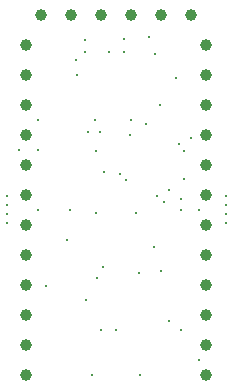
<source format=gbr>
%TF.GenerationSoftware,KiCad,Pcbnew,5.1.4-e60b266~84~ubuntu19.04.1*%
%TF.CreationDate,2020-03-25T19:35:05+00:00*%
%TF.ProjectId,ProMicro_UART,50726f4d-6963-4726-9f5f-554152542e6b,v1.2*%
%TF.SameCoordinates,Original*%
%TF.FileFunction,Plated,1,4,PTH,Drill*%
%TF.FilePolarity,Positive*%
%FSLAX46Y46*%
G04 Gerber Fmt 4.6, Leading zero omitted, Abs format (unit mm)*
G04 Created by KiCad (PCBNEW 5.1.4-e60b266~84~ubuntu19.04.1) date 2020-03-25 19:35:05*
%MOMM*%
%LPD*%
G04 APERTURE LIST*
%TA.AperFunction,ViaDrill*%
%ADD10C,0.200000*%
%TD*%
%TA.AperFunction,ComponentDrill*%
%ADD11C,1.000000*%
%TD*%
G04 APERTURE END LIST*
D10*
X99949000Y-89027000D03*
X99949000Y-89789000D03*
X99949000Y-90551000D03*
X99949000Y-91313000D03*
X100965000Y-85090000D03*
X102616000Y-82550000D03*
X102616000Y-85090000D03*
X102616000Y-90170000D03*
X103251000Y-96647000D03*
X105029000Y-92710000D03*
X105283000Y-90170000D03*
X105791000Y-77470000D03*
X105918000Y-78740000D03*
X106553000Y-75819000D03*
X106553000Y-76835000D03*
X106680000Y-97790000D03*
X106807000Y-83566000D03*
X107188000Y-104140000D03*
X107442006Y-82550000D03*
X107492175Y-90442487D03*
X107537250Y-85185250D03*
X107620000Y-95961000D03*
X107822998Y-83566000D03*
X107950000Y-100330000D03*
X108112545Y-94996000D03*
X108204000Y-86995000D03*
X108585000Y-76835000D03*
X109220000Y-100330000D03*
X109537500Y-87122000D03*
X109855000Y-75692000D03*
X109855000Y-76835000D03*
X110051010Y-87630000D03*
X110363000Y-83820000D03*
X110490000Y-82550000D03*
X110871000Y-90424000D03*
X111125000Y-95504000D03*
X111252000Y-104140000D03*
X111760000Y-82931000D03*
X112014000Y-75565000D03*
X112395000Y-93345000D03*
X112522000Y-76962000D03*
X112649000Y-89027000D03*
X112903000Y-81280000D03*
X113030000Y-95377000D03*
X113284000Y-89535000D03*
X113665000Y-88519000D03*
X113665000Y-99568000D03*
X114300000Y-78994000D03*
X114494980Y-84582000D03*
X114681000Y-89281008D03*
X114681000Y-90170000D03*
X114681000Y-100330000D03*
X114978552Y-87564188D03*
X114994990Y-85217000D03*
X115562010Y-84074000D03*
X116205000Y-90170000D03*
X116205000Y-102870000D03*
X118491000Y-89027000D03*
X118491000Y-89789000D03*
X118491000Y-90551000D03*
X118491000Y-91313000D03*
D11*
%TO.C,J2*%
X102870000Y-73660000D03*
X105410000Y-73660000D03*
X107950000Y-73660000D03*
X110490000Y-73660000D03*
X113030000Y-73660000D03*
X115570000Y-73660000D03*
%TO.C,A1*%
X101600000Y-76200000D03*
X101600000Y-78740000D03*
X101600000Y-81280000D03*
X101600000Y-83820000D03*
X101600000Y-86360000D03*
X101600000Y-88900000D03*
X101600000Y-91440000D03*
X101600000Y-93980000D03*
X101600000Y-96520000D03*
X101600000Y-99060000D03*
X101600000Y-101600000D03*
X101600000Y-104140000D03*
X116840000Y-76200000D03*
X116840000Y-78740000D03*
X116840000Y-81280000D03*
X116840000Y-83820000D03*
X116840000Y-86360000D03*
X116840000Y-88900000D03*
X116840000Y-91440000D03*
X116840000Y-93980000D03*
X116840000Y-96520000D03*
X116840000Y-99060000D03*
X116840000Y-101600000D03*
X116840000Y-104140000D03*
M02*

</source>
